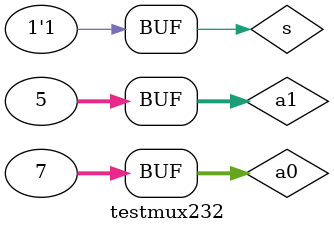
<source format=v>
`timescale 1ns / 1ps


module testmux232;

	// Inputs
	reg [31:0] a0;
	reg [31:0] a1;
	reg s;

	// Outputs
	wire [31:0] y;

	// Instantiate the Unit Under Test (UUT)
	mux2x32 uut (
		.a0(a0), 
		.a1(a1), 
		.s(s), 
		.y(y)
	);

	initial begin
		// Initialize Inputs
		a0 = 0;
		a1 = 0;
		s = 0;

		// Wait 100 ns for global reset to finish
		#100;
		
		a0 = 'b111;
		a1 = 'b101;
		
		#100;
		s = 1;
		#100;
        
		// Add stimulus here

	end
      
endmodule


</source>
